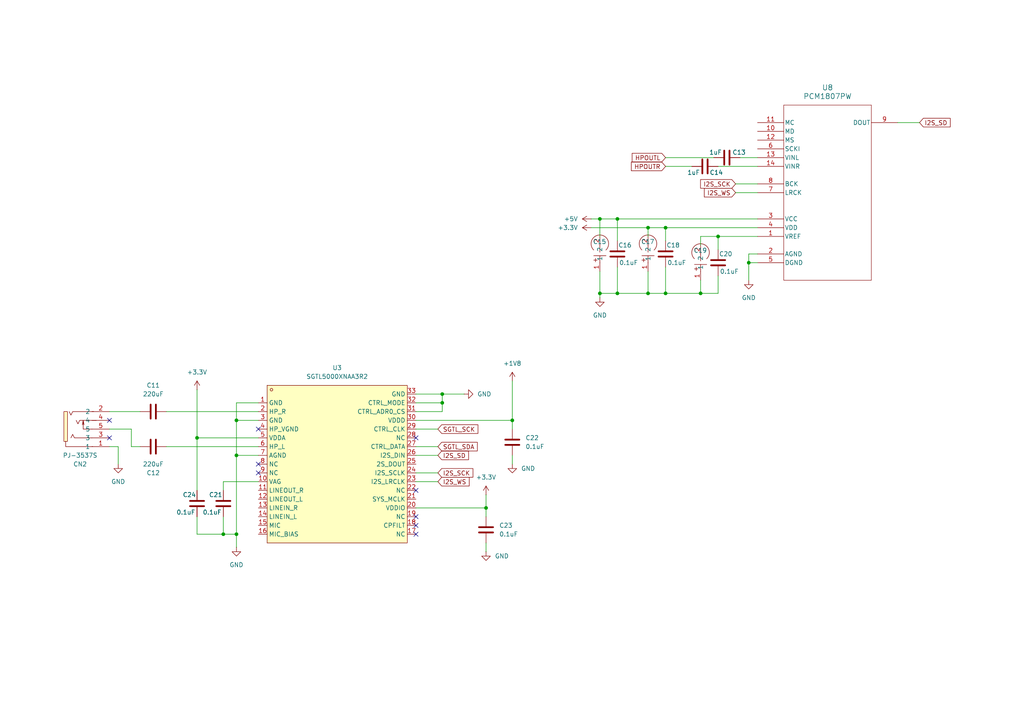
<source format=kicad_sch>
(kicad_sch (version 20250114) (generator "eeschema") (generator_version "9.0")
  (paper "A4")
  (lib_symbols
    (symbol "2025-05-08_05-54-02:PCM1807PW" (pin_names (offset 0.254))
      (property "Reference" "U" (at 20.32 10.16 0))
      (property "Value" "PCM1807PW" (at 20.32 7.62 0))
      (symbol "PCM1807PW_0_1"
        (polyline (pts (xy 7.62 5.08) (xy 7.62 -45.72)) (stroke (width 0.127)))
        (polyline (pts (xy 7.62 -45.72) (xy 33.02 -45.72)) (stroke (width 0.127)))
        (polyline (pts (xy 33.02 5.08) (xy 7.62 5.08)) (stroke (width 0.127)))
        (polyline (pts (xy 33.02 -45.72) (xy 33.02 5.08)) (stroke (width 0.127)))
        (pin input line (at 0 0 0) (length 7.62) (name "MC") (number "11"))
        (pin input line (at 0 -2.54 0) (length 7.62) (name "MD") (number "10"))
        (pin input line (at 0 -5.08 0) (length 7.62) (name "MS") (number "12"))
        (pin input line (at 0 -7.62 0) (length 7.62) (name "SCKI") (number "6"))
        (pin input line (at 0 -10.16 0) (length 7.62) (name "VINL") (number "13"))
        (pin input line (at 0 -12.7 0) (length 7.62) (name "VINR") (number "14"))
        (pin bidirectional line (at 0 -17.78 0) (length 7.62) (name "BCK") (number "8"))
        (pin bidirectional line (at 0 -20.32 0) (length 7.62) (name "LRCK") (number "7"))
        (pin power_in line (at 0 -27.94 0) (length 7.62) (name "VCC") (number "3"))
        (pin power_in line (at 0 -30.48 0) (length 7.62) (name "VDD") (number "4"))
        (pin power_in line (at 0 -33.02 0) (length 7.62) (name "VREF") (number "1"))
        (pin power_in line (at 0 -38.1 0) (length 7.62) (name "AGND") (number "2"))
        (pin power_in line (at 0 -40.64 0) (length 7.62) (name "DGND") (number "5"))
        (pin output line (at 40.64 0 180) (length 7.62) (name "DOUT") (number "9"))
      )
    )
    (symbol "Device:C" (pin_numbers (hide yes)) (pin_names (offset 0.254))
      (property "Reference" "C" (at 0.635 2.54 0))
      (property "Value" "C" (at 0.635 -2.54 0))
      (symbol "C_0_1"
        (polyline (pts (xy -2.032 0.762) (xy 2.032 0.762)) (stroke (width 0.508)))
        (polyline (pts (xy -2.032 -0.762) (xy 2.032 -0.762)) (stroke (width 0.508)))
      )
      (symbol "C_1_1"
        (pin passive line (at 0 3.81 270) (length 2.794) (name "~") (number "1"))
        (pin passive line (at 0 -3.81 90) (length 2.794) (name "~") (number "2"))
      )
    )
    (symbol "easyeda2kicad:GVS1H100M0604"
      (property "Reference" "C" (at 0 5.08 0))
      (property "Value" "GVS1H100M0604" (at 0 -5.08 0))
      (symbol "GVS1H100M0604_0_1"
        (polyline (pts (xy -2.54 0) (xy -0.51 0)))
        (polyline (pts (xy -2.29 1.27) (xy -1.27 1.27)))
        (polyline (pts (xy -1.78 1.78) (xy -1.78 0.76)))
        (polyline (pts (xy -0.51 1.78) (xy -0.51 -1.78)))
        (polyline (pts (xy 0.51 0) (xy 2.54 0)))
        (arc (start 1.15 1.79) (mid 5.5048 -0.0047) (end 1.13 -1.75))
        (pin input line (at -5.08 0 0) (length 2.54) (name "1") (number "1"))
        (pin input line (at 5.08 0 180) (length 2.54) (name "2") (number "2"))
      )
    )
    (symbol "easyeda2kicad:PJ-3537S"
      (property "Reference" "CN" (at 0 10.16 0))
      (property "Value" "PJ-3537S" (at 0 -10.16 0))
      (symbol "PJ-3537S_0_1"
        (rectangle (start -5.59 3.56) (end -4.57 -5.08) (fill (type background)))
        (polyline (pts (xy 0 -2.54) (xy 0.25 -1.27)))
        (polyline (pts (xy 2.54 2.54) (xy -2.54 2.54) (xy -3.05 1.52) (xy -3.56 2.54)))
        (polyline (pts (xy 2.54 0) (xy 0 0) (xy 0 -2.54) (xy -0.25 -1.27)))
        (polyline (pts (xy 2.79 5.08) (xy -5.08 5.08) (xy -5.08 3.56)))
        (polyline (pts (xy 3.05 -5.08) (xy -3.05 -5.08) (xy -3.56 -4.06) (xy -4.06 -5.08)))
        (polyline (pts (xy 3.81 -2.54) (xy -1.02 -2.54) (xy -1.52 -1.52) (xy -2.03 -2.54)))
        (pin unspecified line (at 7.62 5.08 180) (length 5.08) (name "1") (number "1"))
        (pin unspecified line (at 7.62 2.54 180) (length 5.08) (name "3") (number "3"))
        (pin unspecified line (at 7.62 0 180) (length 5.08) (name "5") (number "5"))
        (pin unspecified line (at 7.62 -2.54 180) (length 5.08) (name "4") (number "4"))
        (pin unspecified line (at 7.62 -5.08 180) (length 5.08) (name "2") (number "2"))
      )
    )
    (symbol "easyeda2kicad:SGTL5000XNAA3R2"
      (property "Reference" "U" (at 0 25.4 0))
      (property "Value" "SGTL5000XNAA3R2" (at 0 -25.4 0))
      (symbol "SGTL5000XNAA3R2_0_1"
        (rectangle (start -20.32 22.86) (end 20.32 -22.86) (fill (type background)))
        (circle (center -19.05 21.59) (radius 0.38))
        (pin unspecified line (at -22.86 17.78 0) (length 2.54) (name "GND") (number "1"))
        (pin unspecified line (at -22.86 15.24 0) (length 2.54) (name "HP_R") (number "2"))
        (pin unspecified line (at -22.86 12.7 0) (length 2.54) (name "GND") (number "3"))
        (pin unspecified line (at -22.86 10.16 0) (length 2.54) (name "HP_VGND") (number "4"))
        (pin unspecified line (at -22.86 7.62 0) (length 2.54) (name "VDDA") (number "5"))
        (pin unspecified line (at -22.86 5.08 0) (length 2.54) (name "HP_L") (number "6"))
        (pin unspecified line (at -22.86 2.54 0) (length 2.54) (name "AGND") (number "7"))
        (pin unspecified line (at -22.86 0 0) (length 2.54) (name "NC") (number "8"))
        (pin unspecified line (at -22.86 -2.54 0) (length 2.54) (name "NC") (number "9"))
        (pin unspecified line (at -22.86 -5.08 0) (length 2.54) (name "VAG") (number "10"))
        (pin unspecified line (at -22.86 -7.62 0) (length 2.54) (name "LINEOUT_R") (number "11"))
        (pin unspecified line (at -22.86 -10.16 0) (length 2.54) (name "LINEOUT_L") (number "12"))
        (pin unspecified line (at -22.86 -12.7 0) (length 2.54) (name "LINEIN_R") (number "13"))
        (pin unspecified line (at -22.86 -15.24 0) (length 2.54) (name "LINEIN_L") (number "14"))
        (pin unspecified line (at -22.86 -17.78 0) (length 2.54) (name "MIC") (number "15"))
        (pin unspecified line (at -22.86 -20.32 0) (length 2.54) (name "MIC_BIAS") (number "16"))
        (pin unspecified line (at 22.86 20.32 180) (length 2.54) (name "GND") (number "33"))
        (pin unspecified line (at 22.86 17.78 180) (length 2.54) (name "CTRL_MODE") (number "32"))
        (pin unspecified line (at 22.86 15.24 180) (length 2.54) (name "CTRL_ADR0_CS") (number "31"))
        (pin unspecified line (at 22.86 12.7 180) (length 2.54) (name "VDDD") (number "30"))
        (pin unspecified line (at 22.86 10.16 180) (length 2.54) (name "CTRL_CLK") (number "29"))
        (pin unspecified line (at 22.86 7.62 180) (length 2.54) (name "NC") (number "28"))
        (pin unspecified line (at 22.86 5.08 180) (length 2.54) (name "CTRL_DATA") (number "27"))
        (pin unspecified line (at 22.86 2.54 180) (length 2.54) (name "I2S_DIN") (number "26"))
        (pin unspecified line (at 22.86 0 180) (length 2.54) (name "2S_DOUT") (number "25"))
        (pin unspecified line (at 22.86 -2.54 180) (length 2.54) (name "I2S_SCLK") (number "24"))
        (pin unspecified line (at 22.86 -5.08 180) (length 2.54) (name "I2S_LRCLK") (number "23"))
        (pin unspecified line (at 22.86 -7.62 180) (length 2.54) (name "NC") (number "22"))
        (pin unspecified line (at 22.86 -10.16 180) (length 2.54) (name "SYS_MCLK") (number "21"))
        (pin unspecified line (at 22.86 -12.7 180) (length 2.54) (name "VDDIO") (number "20"))
        (pin unspecified line (at 22.86 -15.24 180) (length 2.54) (name "NC") (number "19"))
        (pin unspecified line (at 22.86 -17.78 180) (length 2.54) (name "CPFILT") (number "18"))
        (pin unspecified line (at 22.86 -20.32 180) (length 2.54) (name "NC") (number "17"))
      )
    )
    (symbol "power:+1V8" (power) (pin_numbers (hide yes)) (pin_names (offset 0) (hide yes))
      (property "Value" "+1V8" (at 0 3.556 0))
      (symbol "+1V8_0_1"
        (polyline (pts (xy -0.762 1.27) (xy 0 2.54)))
        (polyline (pts (xy 0 2.54) (xy 0.762 1.27)))
        (polyline (pts (xy 0 0) (xy 0 2.54)))
      )
      (symbol "+1V8_1_1"
        (pin power_in line (at 0 0 90) (length 0) (name "~") (number "1"))
      )
    )
    (symbol "power:+3.3V" (power) (pin_numbers (hide yes)) (pin_names (offset 0) (hide yes))
      (property "Value" "+3.3V" (at 0 3.556 0))
      (symbol "+3.3V_0_1"
        (polyline (pts (xy -0.762 1.27) (xy 0 2.54)))
        (polyline (pts (xy 0 2.54) (xy 0.762 1.27)))
        (polyline (pts (xy 0 0) (xy 0 2.54)))
      )
      (symbol "+3.3V_1_1"
        (pin power_in line (at 0 0 90) (length 0) (name "~") (number "1"))
      )
    )
    (symbol "power:+5V" (power) (pin_numbers (hide yes)) (pin_names (offset 0) (hide yes))
      (property "Value" "+5V" (at 0 3.556 0))
      (symbol "+5V_0_1"
        (polyline (pts (xy -0.762 1.27) (xy 0 2.54)))
        (polyline (pts (xy 0 2.54) (xy 0.762 1.27)))
        (polyline (pts (xy 0 0) (xy 0 2.54)))
      )
      (symbol "+5V_1_1"
        (pin power_in line (at 0 0 90) (length 0) (name "~") (number "1"))
      )
    )
    (symbol "power:GND" (power) (pin_numbers (hide yes)) (pin_names (offset 0) (hide yes))
      (property "Value" "GND" (at 0 -3.81 0))
      (symbol "GND_0_1"
        (polyline (pts (xy 0 0) (xy 0 -1.27) (xy 1.27 -1.27) (xy 0 -2.54) (xy -1.27 -1.27) (xy 0 -1.27)))
      )
      (symbol "GND_1_1"
        (pin power_in line (at 0 0 270) (length 0) (name "~") (number "1"))
      )
    )
  )
  (junction (at 193.04 66.04))
  (junction (at 140.97 147.32))
  (junction (at 217.17 76.2))
  (junction (at 203.2 85.09))
  (junction (at 57.15 127))
  (junction (at 148.59 121.92))
  (junction (at 68.58 132.08))
  (junction (at 187.96 66.04))
  (junction (at 128.27 114.3))
  (junction (at 128.27 116.84))
  (junction (at 173.99 63.5))
  (junction (at 179.07 85.09))
  (junction (at 179.07 63.5))
  (junction (at 173.99 85.09))
  (junction (at 68.58 154.94))
  (junction (at 68.58 121.92))
  (junction (at 64.77 154.94))
  (junction (at 187.96 85.09))
  (junction (at 193.04 85.09))
  (junction (at 208.28 68.58))
  (no_connect (at 120.65 142.24))
  (no_connect (at 31.75 121.92))
  (no_connect (at 120.65 127))
  (no_connect (at 74.93 134.62))
  (no_connect (at 120.65 149.86))
  (no_connect (at 74.93 137.16))
  (no_connect (at 120.65 154.94))
  (no_connect (at 31.75 127))
  (no_connect (at 120.65 152.4))
  (no_connect (at 74.93 124.46))
  (wire (pts (xy 68.58 154.94) (xy 68.58 132.08)))
  (wire (pts (xy 68.58 116.84) (xy 74.93 116.84)))
  (wire (pts (xy 193.04 45.72) (xy 207.01 45.72)))
  (wire (pts (xy 57.15 149.86) (xy 57.15 154.94)))
  (wire (pts (xy 31.75 119.38) (xy 40.64 119.38)))
  (wire (pts (xy 120.65 132.08) (xy 127 132.08)))
  (wire (pts (xy 120.65 139.7) (xy 127 139.7)))
  (wire (pts (xy 128.27 116.84) (xy 128.27 114.3)))
  (wire (pts (xy 68.58 132.08) (xy 68.58 121.92)))
  (wire (pts (xy 68.58 121.92) (xy 68.58 116.84)))
  (wire (pts (xy 179.07 85.09) (xy 173.99 85.09)))
  (wire (pts (xy 208.28 68.58) (xy 208.28 72.39)))
  (wire (pts (xy 148.59 132.08) (xy 148.59 134.62)))
  (wire (pts (xy 40.64 129.54) (xy 38.1 129.54)))
  (wire (pts (xy 140.97 147.32) (xy 120.65 147.32)))
  (wire (pts (xy 57.15 113.03) (xy 57.15 127)))
  (wire (pts (xy 208.28 48.26) (xy 219.71 48.26)))
  (wire (pts (xy 179.07 63.5) (xy 219.71 63.5)))
  (wire (pts (xy 187.96 85.09) (xy 179.07 85.09)))
  (wire (pts (xy 68.58 132.08) (xy 74.93 132.08)))
  (wire (pts (xy 193.04 66.04) (xy 193.04 69.85)))
  (wire (pts (xy 38.1 129.54) (xy 38.1 124.46)))
  (wire (pts (xy 171.45 63.5) (xy 173.99 63.5)))
  (wire (pts (xy 187.96 66.04) (xy 193.04 66.04)))
  (wire (pts (xy 140.97 147.32) (xy 140.97 149.86)))
  (wire (pts (xy 148.59 110.49) (xy 148.59 121.92)))
  (wire (pts (xy 173.99 85.09) (xy 173.99 86.36)))
  (wire (pts (xy 193.04 66.04) (xy 219.71 66.04)))
  (wire (pts (xy 68.58 121.92) (xy 74.93 121.92)))
  (wire (pts (xy 128.27 114.3) (xy 134.62 114.3)))
  (wire (pts (xy 148.59 121.92) (xy 148.59 124.46)))
  (wire (pts (xy 193.04 48.26) (xy 200.66 48.26)))
  (wire (pts (xy 214.63 45.72) (xy 219.71 45.72)))
  (wire (pts (xy 48.26 129.54) (xy 74.93 129.54)))
  (wire (pts (xy 219.71 73.66) (xy 217.17 73.66)))
  (wire (pts (xy 140.97 157.48) (xy 140.97 160.02)))
  (wire (pts (xy 208.28 68.58) (xy 203.2 68.58)))
  (wire (pts (xy 173.99 78.74) (xy 173.99 85.09)))
  (wire (pts (xy 64.77 154.94) (xy 68.58 154.94)))
  (wire (pts (xy 74.93 139.7) (xy 64.77 139.7)))
  (wire (pts (xy 217.17 76.2) (xy 219.71 76.2)))
  (wire (pts (xy 260.35 35.56) (xy 266.7 35.56)))
  (wire (pts (xy 57.15 127) (xy 74.93 127)))
  (wire (pts (xy 128.27 119.38) (xy 128.27 116.84)))
  (wire (pts (xy 68.58 158.75) (xy 68.58 154.94)))
  (wire (pts (xy 217.17 73.66) (xy 217.17 76.2)))
  (wire (pts (xy 193.04 85.09) (xy 203.2 85.09)))
  (wire (pts (xy 120.65 124.46) (xy 127 124.46)))
  (wire (pts (xy 64.77 149.86) (xy 64.77 154.94)))
  (wire (pts (xy 173.99 63.5) (xy 173.99 68.58)))
  (wire (pts (xy 203.2 85.09) (xy 208.28 85.09)))
  (wire (pts (xy 193.04 77.47) (xy 193.04 85.09)))
  (wire (pts (xy 140.97 143.51) (xy 140.97 147.32)))
  (wire (pts (xy 64.77 139.7) (xy 64.77 142.24)))
  (wire (pts (xy 179.07 63.5) (xy 179.07 69.85)))
  (wire (pts (xy 120.65 119.38) (xy 128.27 119.38)))
  (wire (pts (xy 217.17 81.28) (xy 217.17 76.2)))
  (wire (pts (xy 187.96 66.04) (xy 187.96 68.58)))
  (wire (pts (xy 48.26 119.38) (xy 74.93 119.38)))
  (wire (pts (xy 193.04 85.09) (xy 187.96 85.09)))
  (wire (pts (xy 34.29 134.62) (xy 34.29 129.54)))
  (wire (pts (xy 187.96 78.74) (xy 187.96 85.09)))
  (wire (pts (xy 173.99 63.5) (xy 179.07 63.5)))
  (wire (pts (xy 120.65 121.92) (xy 148.59 121.92)))
  (wire (pts (xy 120.65 116.84) (xy 128.27 116.84)))
  (wire (pts (xy 38.1 124.46) (xy 31.75 124.46)))
  (wire (pts (xy 219.71 55.88) (xy 213.36 55.88)))
  (wire (pts (xy 57.15 154.94) (xy 64.77 154.94)))
  (wire (pts (xy 120.65 129.54) (xy 127 129.54)))
  (wire (pts (xy 171.45 66.04) (xy 187.96 66.04)))
  (wire (pts (xy 57.15 127) (xy 57.15 142.24)))
  (wire (pts (xy 203.2 81.28) (xy 203.2 85.09)))
  (wire (pts (xy 120.65 114.3) (xy 128.27 114.3)))
  (wire (pts (xy 34.29 129.54) (xy 31.75 129.54)))
  (wire (pts (xy 208.28 80.01) (xy 208.28 85.09)))
  (wire (pts (xy 179.07 77.47) (xy 179.07 85.09)))
  (wire (pts (xy 120.65 137.16) (xy 127 137.16)))
  (wire (pts (xy 203.2 68.58) (xy 203.2 71.12)))
  (wire (pts (xy 219.71 53.34) (xy 213.36 53.34)))
  (wire (pts (xy 219.71 68.58) (xy 208.28 68.58)))
  (global_label "I2S_SD" (shape input) (at 127 132.08 0) (property "Intersheetrefs" "${INTERSHEET_REFS}" (effects (hide yes))))
  (global_label "I2S_WS" (shape input) (at 213.36 55.88 180) (property "Intersheetrefs" "${INTERSHEET_REFS}" (effects (hide yes))))
  (global_label "HPOUTR" (shape input) (at 193.04 48.26 180) (property "Intersheetrefs" "${INTERSHEET_REFS}" (effects (hide yes))))
  (global_label "I2S_WS" (shape input) (at 127 139.7 0) (property "Intersheetrefs" "${INTERSHEET_REFS}" (effects (hide yes))))
  (global_label "HPOUTL" (shape input) (at 193.04 45.72 180) (property "Intersheetrefs" "${INTERSHEET_REFS}" (effects (hide yes))))
  (global_label "SGTL_SCK" (shape input) (at 127 124.46 0) (property "Intersheetrefs" "${INTERSHEET_REFS}" (effects (hide yes))))
  (global_label "SGTL_SDA" (shape input) (at 127 129.54 0) (property "Intersheetrefs" "${INTERSHEET_REFS}" (effects (hide yes))))
  (global_label "I2S_SD" (shape input) (at 266.7 35.56 0) (property "Intersheetrefs" "${INTERSHEET_REFS}" (effects (hide yes))))
  (global_label "I2S_SCK" (shape input) (at 127 137.16 0) (property "Intersheetrefs" "${INTERSHEET_REFS}" (effects (hide yes))))
  (global_label "I2S_SCK" (shape input) (at 213.36 53.34 180) (property "Intersheetrefs" "${INTERSHEET_REFS}" (effects (hide yes))))
  (symbol (lib_id "power:+5V") (at 171.45 63.5 90) (unit 1)
    (property "Reference" "#PWR020" (effects (hide yes)))
    (property "Value" "+5V" (at 167.64 63.4999 90) (effects (justify left)))
    (property "Description" "Power symbol creates a global label with name \"+5V\"" (effects (hide yes)))
  )
  (symbol (lib_id "power:+1V8") (at 148.59 110.49 0) (unit 1)
    (property "Reference" "#PWR048" (effects (hide yes)))
    (property "Value" "+1V8" (at 148.59 105.41 0))
    (property "Description" "Power symbol creates a global label with name \"+1V8\"" (effects (hide yes)))
  )
  (symbol (lib_id "power:GND") (at 217.17 81.28 0) (unit 1)
    (property "Reference" "#PWR044" (effects (hide yes)))
    (property "Value" "GND" (at 217.17 86.36 0))
    (property "Description" "Power symbol creates a global label with name \"GND\" , ground" (effects (hide yes)))
  )
  (symbol (lib_id "Device:C") (at 193.04 73.66 0) (unit 1)
    (property "Reference" "C18" (at 193.294 71.12 0) (effects (justify left)))
    (property "Value" "0.1uF" (at 193.548 76.2 0) (effects (justify left)))
    (property "Description" "Unpolarized capacitor" (effects (hide yes)))
  )
  (symbol (lib_id "Device:C") (at 64.77 146.05 0) (unit 1)
    (property "Reference" "C21" (at 64.516 143.51 0) (effects (justify right)))
    (property "Value" "0.1uF" (at 64.262 148.59 0) (effects (justify right)))
    (property "Description" "Unpolarized capacitor" (effects (hide yes)))
  )
  (symbol (lib_id "Device:C") (at 204.47 48.26 90) (mirror x) (unit 1)
    (property "Reference" "C14" (at 207.772 50.038 90))
    (property "Value" "1uF" (at 201.168 50.038 90))
    (property "Description" "Unpolarized capacitor" (effects (hide yes)))
  )
  (symbol (lib_id "power:GND") (at 140.97 160.02 0) (unit 1)
    (property "Reference" "#PWR051" (effects (hide yes)))
    (property "Value" "GND" (at 143.51 161.2899 0) (effects (justify left)))
    (property "Description" "Power symbol creates a global label with name \"GND\" , ground" (effects (hide yes)))
  )
  (symbol (lib_id "easyeda2kicad:GVS1H100M0604") (at 173.99 73.66 90) (unit 1)
    (property "Reference" "C15" (at 171.958 70.104 90) (effects (justify right)))
    (property "Value" "GVS1H100M0604" (effects (hide yes)))
    (property "Footprint" "easyeda2kicad:CAP-SMD_BD6.3-L6.6-W6.6-LS7.3" (effects (hide yes)))
    (property "LCSC Part" "C5456757" (effects (hide yes)))
  )
  (symbol (lib_id "power:GND") (at 148.59 134.62 0) (unit 1)
    (property "Reference" "#PWR040" (effects (hide yes)))
    (property "Value" "GND" (at 151.13 135.8899 0) (effects (justify left)))
    (property "Description" "Power symbol creates a global label with name \"GND\" , ground" (effects (hide yes)))
  )
  (symbol (lib_id "power:GND") (at 34.29 134.62 0) (unit 1)
    (property "Reference" "#PWR038" (effects (hide yes)))
    (property "Value" "GND" (at 34.29 139.7 0))
    (property "Description" "Power symbol creates a global label with name \"GND\" , ground" (effects (hide yes)))
  )
  (symbol (lib_id "power:GND") (at 173.99 86.36 0) (unit 1)
    (property "Reference" "#PWR047" (effects (hide yes)))
    (property "Value" "GND" (at 173.99 91.44 0))
    (property "Description" "Power symbol creates a global label with name \"GND\" , ground" (effects (hide yes)))
  )
  (symbol (lib_id "power:+3.3V") (at 57.15 113.03 0) (unit 1)
    (property "Reference" "#PWR052" (effects (hide yes)))
    (property "Value" "+3.3V" (at 57.15 107.95 0))
    (property "Description" "Power symbol creates a global label with name \"+3.3V\"" (effects (hide yes)))
  )
  (symbol (lib_id "power:GND") (at 134.62 114.3 90) (unit 1)
    (property "Reference" "#PWR049" (effects (hide yes)))
    (property "Value" "GND" (at 138.43 114.2999 90) (effects (justify right)))
    (property "Description" "Power symbol creates a global label with name \"GND\" , ground" (effects (hide yes)))
  )
  (symbol (lib_id "Device:C") (at 140.97 153.67 0) (unit 1)
    (property "Reference" "C23" (at 144.78 152.3999 0) (effects (justify left)))
    (property "Value" "0.1uF" (at 144.78 154.9399 0) (effects (justify left)))
    (property "Description" "Unpolarized capacitor" (effects (hide yes)))
  )
  (symbol (lib_id "power:+3.3V") (at 171.45 66.04 90) (unit 1)
    (property "Reference" "#PWR046" (effects (hide yes)))
    (property "Value" "+3.3V" (at 167.64 66.0399 90) (effects (justify left)))
    (property "Description" "Power symbol creates a global label with name \"+3.3V\"" (effects (hide yes)))
  )
  (symbol (lib_id "power:+3.3V") (at 140.97 143.51 0) (unit 1)
    (property "Reference" "#PWR050" (effects (hide yes)))
    (property "Value" "+3.3V" (at 140.97 138.43 0))
    (property "Description" "Power symbol creates a global label with name \"+3.3V\"" (effects (hide yes)))
  )
  (symbol (lib_id "easyeda2kicad:GVS1H100M0604") (at 203.2 76.2 90) (unit 1)
    (property "Reference" "C19" (at 201.168 72.644 90) (effects (justify right)))
    (property "Value" "GVS1H100M0604" (effects (hide yes)))
    (property "Footprint" "easyeda2kicad:CAP-SMD_BD6.3-L6.6-W6.6-LS7.3" (effects (hide yes)))
    (property "LCSC Part" "C5456757" (effects (hide yes)))
  )
  (symbol (lib_id "Device:C") (at 57.15 146.05 0) (unit 1)
    (property "Reference" "C24" (at 56.896 143.51 0) (effects (justify right)))
    (property "Value" "0.1uF" (at 56.642 148.59 0) (effects (justify right)))
    (property "Description" "Unpolarized capacitor" (effects (hide yes)))
  )
  (symbol (lib_id "easyeda2kicad:SGTL5000XNAA3R2") (at 97.79 134.62 0) (unit 1)
    (property "Reference" "U3" (at 97.79 106.68 0))
    (property "Value" "SGTL5000XNAA3R2" (at 97.79 109.22 0))
    (property "Footprint" "easyeda2kicad:QFN-32_L5.0-W5.0-P0.50-BL-EP3.4" (effects (hide yes)))
    (property "LCSC Part" "C4991065" (effects (hide yes)))
  )
  (symbol (lib_id "Device:C") (at 148.59 128.27 0) (unit 1)
    (property "Reference" "C22" (at 152.4 126.9999 0) (effects (justify left)))
    (property "Value" "0.1uF" (at 152.4 129.5399 0) (effects (justify left)))
    (property "Description" "Unpolarized capacitor" (effects (hide yes)))
  )
  (symbol (lib_id "Device:C") (at 44.45 129.54 90) (mirror x) (unit 1)
    (property "Reference" "C12" (at 44.45 137.16 90))
    (property "Value" "220uF" (at 44.45 134.62 90))
    (property "Description" "Unpolarized capacitor" (effects (hide yes)))
  )
  (symbol (lib_id "Device:C") (at 210.82 45.72 90) (unit 1)
    (property "Reference" "C13" (at 214.376 44.196 90))
    (property "Value" "1uF" (at 207.518 44.196 90))
    (property "Description" "Unpolarized capacitor" (effects (hide yes)))
  )
  (symbol (lib_id "easyeda2kicad:GVS1H100M0604") (at 187.96 73.66 90) (unit 1)
    (property "Reference" "C17" (at 185.928 70.104 90) (effects (justify right)))
    (property "Value" "GVS1H100M0604" (effects (hide yes)))
    (property "Footprint" "easyeda2kicad:CAP-SMD_BD6.3-L6.6-W6.6-LS7.3" (effects (hide yes)))
    (property "LCSC Part" "C5456757" (effects (hide yes)))
  )
  (symbol (lib_id "Device:C") (at 208.28 76.2 0) (unit 1)
    (property "Reference" "C20" (at 208.534 73.66 0) (effects (justify left)))
    (property "Value" "0.1uF" (at 208.788 78.74 0) (effects (justify left)))
    (property "Description" "Unpolarized capacitor" (effects (hide yes)))
  )
  (symbol (lib_id "Device:C") (at 44.45 119.38 90) (unit 1)
    (property "Reference" "C11" (at 44.45 111.76 90))
    (property "Value" "220uF" (at 44.45 114.3 90))
    (property "Description" "Unpolarized capacitor" (effects (hide yes)))
  )
  (symbol (lib_id "Device:C") (at 179.07 73.66 0) (unit 1)
    (property "Reference" "C16" (at 179.324 71.12 0) (effects (justify left)))
    (property "Value" "0.1uF" (at 179.578 76.2 0) (effects (justify left)))
    (property "Description" "Unpolarized capacitor" (effects (hide yes)))
  )
  (symbol (lib_id "easyeda2kicad:PJ-3537S") (at 24.13 124.46 0) (mirror x) (unit 1)
    (property "Reference" "CN2" (at 23.24 134.62 0))
    (property "Value" "PJ-3537S" (at 23.24 132.08 0))
    (property "Footprint" "easyeda2kicad:AUDIO-SMD_PJ-3537S" (effects (hide yes)))
    (property "LCSC Part" "C2689709" (effects (hide yes)))
  )
  (symbol (lib_id "2025-05-08_05-54-02:PCM1807PW") (at 219.71 35.56 0) (unit 1)
    (property "Reference" "U8" (at 240.03 25.4 0) (effects (font (size 1.524 1.524))))
    (property "Value" "PCM1807PW" (at 240.03 27.94 0) (effects (font (size 1.524 1.524))))
    (property "Footprint" "TI-PCM:PW14" (effects (hide yes)))
    (property "Datasheet" "PCM1807PW" (effects (hide yes)))
  )
  (symbol (lib_id "power:GND") (at 68.58 158.75 0) (unit 1)
    (property "Reference" "#PWR039" (effects (hide yes)))
    (property "Value" "GND" (at 68.58 163.83 0))
    (property "Description" "Power symbol creates a global label with name \"GND\" , ground" (effects (hide yes)))
  )
)
</source>
